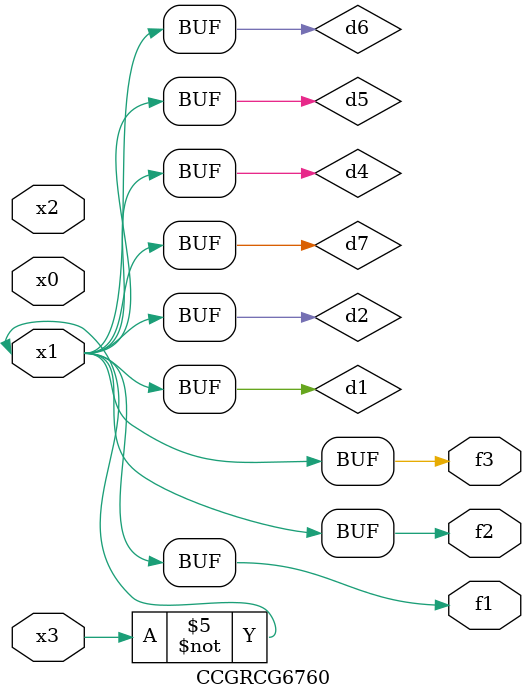
<source format=v>
module CCGRCG6760(
	input x0, x1, x2, x3,
	output f1, f2, f3
);

	wire d1, d2, d3, d4, d5, d6, d7;

	not (d1, x3);
	buf (d2, x1);
	xnor (d3, d1, d2);
	nor (d4, d1);
	buf (d5, d1, d2);
	buf (d6, d4, d5);
	nand (d7, d4);
	assign f1 = d6;
	assign f2 = d7;
	assign f3 = d6;
endmodule

</source>
